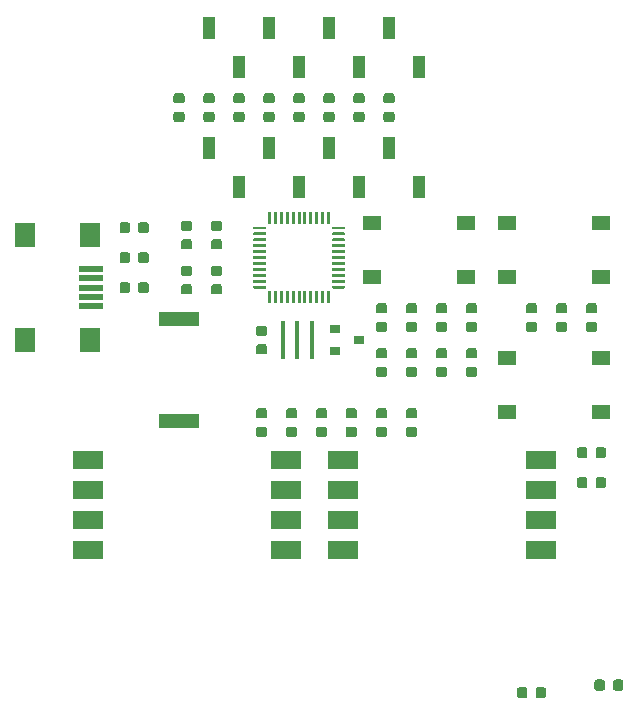
<source format=gbr>
G04 #@! TF.GenerationSoftware,KiCad,Pcbnew,5.99.0-unknown-r17607-a0698723*
G04 #@! TF.CreationDate,2020-04-13T08:25:31-05:00*
G04 #@! TF.ProjectId,pcb_smd,7063625f-736d-4642-9e6b-696361645f70,rev?*
G04 #@! TF.SameCoordinates,Original*
G04 #@! TF.FileFunction,Paste,Top*
G04 #@! TF.FilePolarity,Positive*
%FSLAX46Y46*%
G04 Gerber Fmt 4.6, Leading zero omitted, Abs format (unit mm)*
G04 Created by KiCad (PCBNEW 5.99.0-unknown-r17607-a0698723) date 2020-04-13 08:25:31*
%MOMM*%
%LPD*%
G01*
G04 APERTURE LIST*
%ADD10R,1.000000X1.900000*%
%ADD11R,0.900000X0.800000*%
%ADD12R,3.400000X1.300000*%
%ADD13R,2.540000X1.524000*%
%ADD14R,1.550000X1.300000*%
%ADD15R,0.400000X3.200000*%
%ADD16R,2.000000X0.500000*%
%ADD17R,1.700000X2.000000*%
G04 APERTURE END LIST*
G36*
X142366418Y-74234758D02*
G01*
X142386694Y-74248306D01*
X142400242Y-74268582D01*
X142405000Y-74292500D01*
X142405000Y-75242500D01*
X142400242Y-75266418D01*
X142386694Y-75286694D01*
X142366418Y-75300242D01*
X142342500Y-75305000D01*
X142217500Y-75305000D01*
X142193582Y-75300242D01*
X142173306Y-75286694D01*
X142159758Y-75266418D01*
X142155000Y-75242500D01*
X142155000Y-74292500D01*
X142159758Y-74268582D01*
X142173306Y-74248306D01*
X142193582Y-74234758D01*
X142217500Y-74230000D01*
X142342500Y-74230000D01*
X142366418Y-74234758D01*
G37*
G36*
X142866418Y-74234758D02*
G01*
X142886694Y-74248306D01*
X142900242Y-74268582D01*
X142905000Y-74292500D01*
X142905000Y-75242500D01*
X142900242Y-75266418D01*
X142886694Y-75286694D01*
X142866418Y-75300242D01*
X142842500Y-75305000D01*
X142717500Y-75305000D01*
X142693582Y-75300242D01*
X142673306Y-75286694D01*
X142659758Y-75266418D01*
X142655000Y-75242500D01*
X142655000Y-74292500D01*
X142659758Y-74268582D01*
X142673306Y-74248306D01*
X142693582Y-74234758D01*
X142717500Y-74230000D01*
X142842500Y-74230000D01*
X142866418Y-74234758D01*
G37*
G36*
X143366418Y-74234758D02*
G01*
X143386694Y-74248306D01*
X143400242Y-74268582D01*
X143405000Y-74292500D01*
X143405000Y-75242500D01*
X143400242Y-75266418D01*
X143386694Y-75286694D01*
X143366418Y-75300242D01*
X143342500Y-75305000D01*
X143217500Y-75305000D01*
X143193582Y-75300242D01*
X143173306Y-75286694D01*
X143159758Y-75266418D01*
X143155000Y-75242500D01*
X143155000Y-74292500D01*
X143159758Y-74268582D01*
X143173306Y-74248306D01*
X143193582Y-74234758D01*
X143217500Y-74230000D01*
X143342500Y-74230000D01*
X143366418Y-74234758D01*
G37*
G36*
X143866418Y-74234758D02*
G01*
X143886694Y-74248306D01*
X143900242Y-74268582D01*
X143905000Y-74292500D01*
X143905000Y-75242500D01*
X143900242Y-75266418D01*
X143886694Y-75286694D01*
X143866418Y-75300242D01*
X143842500Y-75305000D01*
X143717500Y-75305000D01*
X143693582Y-75300242D01*
X143673306Y-75286694D01*
X143659758Y-75266418D01*
X143655000Y-75242500D01*
X143655000Y-74292500D01*
X143659758Y-74268582D01*
X143673306Y-74248306D01*
X143693582Y-74234758D01*
X143717500Y-74230000D01*
X143842500Y-74230000D01*
X143866418Y-74234758D01*
G37*
G36*
X144366418Y-74234758D02*
G01*
X144386694Y-74248306D01*
X144400242Y-74268582D01*
X144405000Y-74292500D01*
X144405000Y-75242500D01*
X144400242Y-75266418D01*
X144386694Y-75286694D01*
X144366418Y-75300242D01*
X144342500Y-75305000D01*
X144217500Y-75305000D01*
X144193582Y-75300242D01*
X144173306Y-75286694D01*
X144159758Y-75266418D01*
X144155000Y-75242500D01*
X144155000Y-74292500D01*
X144159758Y-74268582D01*
X144173306Y-74248306D01*
X144193582Y-74234758D01*
X144217500Y-74230000D01*
X144342500Y-74230000D01*
X144366418Y-74234758D01*
G37*
G36*
X144866418Y-74234758D02*
G01*
X144886694Y-74248306D01*
X144900242Y-74268582D01*
X144905000Y-74292500D01*
X144905000Y-75242500D01*
X144900242Y-75266418D01*
X144886694Y-75286694D01*
X144866418Y-75300242D01*
X144842500Y-75305000D01*
X144717500Y-75305000D01*
X144693582Y-75300242D01*
X144673306Y-75286694D01*
X144659758Y-75266418D01*
X144655000Y-75242500D01*
X144655000Y-74292500D01*
X144659758Y-74268582D01*
X144673306Y-74248306D01*
X144693582Y-74234758D01*
X144717500Y-74230000D01*
X144842500Y-74230000D01*
X144866418Y-74234758D01*
G37*
G36*
X145366418Y-74234758D02*
G01*
X145386694Y-74248306D01*
X145400242Y-74268582D01*
X145405000Y-74292500D01*
X145405000Y-75242500D01*
X145400242Y-75266418D01*
X145386694Y-75286694D01*
X145366418Y-75300242D01*
X145342500Y-75305000D01*
X145217500Y-75305000D01*
X145193582Y-75300242D01*
X145173306Y-75286694D01*
X145159758Y-75266418D01*
X145155000Y-75242500D01*
X145155000Y-74292500D01*
X145159758Y-74268582D01*
X145173306Y-74248306D01*
X145193582Y-74234758D01*
X145217500Y-74230000D01*
X145342500Y-74230000D01*
X145366418Y-74234758D01*
G37*
G36*
X145866418Y-74234758D02*
G01*
X145886694Y-74248306D01*
X145900242Y-74268582D01*
X145905000Y-74292500D01*
X145905000Y-75242500D01*
X145900242Y-75266418D01*
X145886694Y-75286694D01*
X145866418Y-75300242D01*
X145842500Y-75305000D01*
X145717500Y-75305000D01*
X145693582Y-75300242D01*
X145673306Y-75286694D01*
X145659758Y-75266418D01*
X145655000Y-75242500D01*
X145655000Y-74292500D01*
X145659758Y-74268582D01*
X145673306Y-74248306D01*
X145693582Y-74234758D01*
X145717500Y-74230000D01*
X145842500Y-74230000D01*
X145866418Y-74234758D01*
G37*
G36*
X146366418Y-74234758D02*
G01*
X146386694Y-74248306D01*
X146400242Y-74268582D01*
X146405000Y-74292500D01*
X146405000Y-75242500D01*
X146400242Y-75266418D01*
X146386694Y-75286694D01*
X146366418Y-75300242D01*
X146342500Y-75305000D01*
X146217500Y-75305000D01*
X146193582Y-75300242D01*
X146173306Y-75286694D01*
X146159758Y-75266418D01*
X146155000Y-75242500D01*
X146155000Y-74292500D01*
X146159758Y-74268582D01*
X146173306Y-74248306D01*
X146193582Y-74234758D01*
X146217500Y-74230000D01*
X146342500Y-74230000D01*
X146366418Y-74234758D01*
G37*
G36*
X146866418Y-74234758D02*
G01*
X146886694Y-74248306D01*
X146900242Y-74268582D01*
X146905000Y-74292500D01*
X146905000Y-75242500D01*
X146900242Y-75266418D01*
X146886694Y-75286694D01*
X146866418Y-75300242D01*
X146842500Y-75305000D01*
X146717500Y-75305000D01*
X146693582Y-75300242D01*
X146673306Y-75286694D01*
X146659758Y-75266418D01*
X146655000Y-75242500D01*
X146655000Y-74292500D01*
X146659758Y-74268582D01*
X146673306Y-74248306D01*
X146693582Y-74234758D01*
X146717500Y-74230000D01*
X146842500Y-74230000D01*
X146866418Y-74234758D01*
G37*
G36*
X147366418Y-74234758D02*
G01*
X147386694Y-74248306D01*
X147400242Y-74268582D01*
X147405000Y-74292500D01*
X147405000Y-75242500D01*
X147400242Y-75266418D01*
X147386694Y-75286694D01*
X147366418Y-75300242D01*
X147342500Y-75305000D01*
X147217500Y-75305000D01*
X147193582Y-75300242D01*
X147173306Y-75286694D01*
X147159758Y-75266418D01*
X147155000Y-75242500D01*
X147155000Y-74292500D01*
X147159758Y-74268582D01*
X147173306Y-74248306D01*
X147193582Y-74234758D01*
X147217500Y-74230000D01*
X147342500Y-74230000D01*
X147366418Y-74234758D01*
G37*
G36*
X148616418Y-75484758D02*
G01*
X148636694Y-75498306D01*
X148650242Y-75518582D01*
X148655000Y-75542500D01*
X148655000Y-75667500D01*
X148650242Y-75691418D01*
X148636694Y-75711694D01*
X148616418Y-75725242D01*
X148592500Y-75730000D01*
X147642500Y-75730000D01*
X147618582Y-75725242D01*
X147598306Y-75711694D01*
X147584758Y-75691418D01*
X147580000Y-75667500D01*
X147580000Y-75542500D01*
X147584758Y-75518582D01*
X147598306Y-75498306D01*
X147618582Y-75484758D01*
X147642500Y-75480000D01*
X148592500Y-75480000D01*
X148616418Y-75484758D01*
G37*
G36*
X148616418Y-75984758D02*
G01*
X148636694Y-75998306D01*
X148650242Y-76018582D01*
X148655000Y-76042500D01*
X148655000Y-76167500D01*
X148650242Y-76191418D01*
X148636694Y-76211694D01*
X148616418Y-76225242D01*
X148592500Y-76230000D01*
X147642500Y-76230000D01*
X147618582Y-76225242D01*
X147598306Y-76211694D01*
X147584758Y-76191418D01*
X147580000Y-76167500D01*
X147580000Y-76042500D01*
X147584758Y-76018582D01*
X147598306Y-75998306D01*
X147618582Y-75984758D01*
X147642500Y-75980000D01*
X148592500Y-75980000D01*
X148616418Y-75984758D01*
G37*
G36*
X148616418Y-76484758D02*
G01*
X148636694Y-76498306D01*
X148650242Y-76518582D01*
X148655000Y-76542500D01*
X148655000Y-76667500D01*
X148650242Y-76691418D01*
X148636694Y-76711694D01*
X148616418Y-76725242D01*
X148592500Y-76730000D01*
X147642500Y-76730000D01*
X147618582Y-76725242D01*
X147598306Y-76711694D01*
X147584758Y-76691418D01*
X147580000Y-76667500D01*
X147580000Y-76542500D01*
X147584758Y-76518582D01*
X147598306Y-76498306D01*
X147618582Y-76484758D01*
X147642500Y-76480000D01*
X148592500Y-76480000D01*
X148616418Y-76484758D01*
G37*
G36*
X148616418Y-76984758D02*
G01*
X148636694Y-76998306D01*
X148650242Y-77018582D01*
X148655000Y-77042500D01*
X148655000Y-77167500D01*
X148650242Y-77191418D01*
X148636694Y-77211694D01*
X148616418Y-77225242D01*
X148592500Y-77230000D01*
X147642500Y-77230000D01*
X147618582Y-77225242D01*
X147598306Y-77211694D01*
X147584758Y-77191418D01*
X147580000Y-77167500D01*
X147580000Y-77042500D01*
X147584758Y-77018582D01*
X147598306Y-76998306D01*
X147618582Y-76984758D01*
X147642500Y-76980000D01*
X148592500Y-76980000D01*
X148616418Y-76984758D01*
G37*
G36*
X148616418Y-77484758D02*
G01*
X148636694Y-77498306D01*
X148650242Y-77518582D01*
X148655000Y-77542500D01*
X148655000Y-77667500D01*
X148650242Y-77691418D01*
X148636694Y-77711694D01*
X148616418Y-77725242D01*
X148592500Y-77730000D01*
X147642500Y-77730000D01*
X147618582Y-77725242D01*
X147598306Y-77711694D01*
X147584758Y-77691418D01*
X147580000Y-77667500D01*
X147580000Y-77542500D01*
X147584758Y-77518582D01*
X147598306Y-77498306D01*
X147618582Y-77484758D01*
X147642500Y-77480000D01*
X148592500Y-77480000D01*
X148616418Y-77484758D01*
G37*
G36*
X148616418Y-77984758D02*
G01*
X148636694Y-77998306D01*
X148650242Y-78018582D01*
X148655000Y-78042500D01*
X148655000Y-78167500D01*
X148650242Y-78191418D01*
X148636694Y-78211694D01*
X148616418Y-78225242D01*
X148592500Y-78230000D01*
X147642500Y-78230000D01*
X147618582Y-78225242D01*
X147598306Y-78211694D01*
X147584758Y-78191418D01*
X147580000Y-78167500D01*
X147580000Y-78042500D01*
X147584758Y-78018582D01*
X147598306Y-77998306D01*
X147618582Y-77984758D01*
X147642500Y-77980000D01*
X148592500Y-77980000D01*
X148616418Y-77984758D01*
G37*
G36*
X148616418Y-78484758D02*
G01*
X148636694Y-78498306D01*
X148650242Y-78518582D01*
X148655000Y-78542500D01*
X148655000Y-78667500D01*
X148650242Y-78691418D01*
X148636694Y-78711694D01*
X148616418Y-78725242D01*
X148592500Y-78730000D01*
X147642500Y-78730000D01*
X147618582Y-78725242D01*
X147598306Y-78711694D01*
X147584758Y-78691418D01*
X147580000Y-78667500D01*
X147580000Y-78542500D01*
X147584758Y-78518582D01*
X147598306Y-78498306D01*
X147618582Y-78484758D01*
X147642500Y-78480000D01*
X148592500Y-78480000D01*
X148616418Y-78484758D01*
G37*
G36*
X148616418Y-78984758D02*
G01*
X148636694Y-78998306D01*
X148650242Y-79018582D01*
X148655000Y-79042500D01*
X148655000Y-79167500D01*
X148650242Y-79191418D01*
X148636694Y-79211694D01*
X148616418Y-79225242D01*
X148592500Y-79230000D01*
X147642500Y-79230000D01*
X147618582Y-79225242D01*
X147598306Y-79211694D01*
X147584758Y-79191418D01*
X147580000Y-79167500D01*
X147580000Y-79042500D01*
X147584758Y-79018582D01*
X147598306Y-78998306D01*
X147618582Y-78984758D01*
X147642500Y-78980000D01*
X148592500Y-78980000D01*
X148616418Y-78984758D01*
G37*
G36*
X148616418Y-79484758D02*
G01*
X148636694Y-79498306D01*
X148650242Y-79518582D01*
X148655000Y-79542500D01*
X148655000Y-79667500D01*
X148650242Y-79691418D01*
X148636694Y-79711694D01*
X148616418Y-79725242D01*
X148592500Y-79730000D01*
X147642500Y-79730000D01*
X147618582Y-79725242D01*
X147598306Y-79711694D01*
X147584758Y-79691418D01*
X147580000Y-79667500D01*
X147580000Y-79542500D01*
X147584758Y-79518582D01*
X147598306Y-79498306D01*
X147618582Y-79484758D01*
X147642500Y-79480000D01*
X148592500Y-79480000D01*
X148616418Y-79484758D01*
G37*
G36*
X148616418Y-79984758D02*
G01*
X148636694Y-79998306D01*
X148650242Y-80018582D01*
X148655000Y-80042500D01*
X148655000Y-80167500D01*
X148650242Y-80191418D01*
X148636694Y-80211694D01*
X148616418Y-80225242D01*
X148592500Y-80230000D01*
X147642500Y-80230000D01*
X147618582Y-80225242D01*
X147598306Y-80211694D01*
X147584758Y-80191418D01*
X147580000Y-80167500D01*
X147580000Y-80042500D01*
X147584758Y-80018582D01*
X147598306Y-79998306D01*
X147618582Y-79984758D01*
X147642500Y-79980000D01*
X148592500Y-79980000D01*
X148616418Y-79984758D01*
G37*
G36*
X148616418Y-80484758D02*
G01*
X148636694Y-80498306D01*
X148650242Y-80518582D01*
X148655000Y-80542500D01*
X148655000Y-80667500D01*
X148650242Y-80691418D01*
X148636694Y-80711694D01*
X148616418Y-80725242D01*
X148592500Y-80730000D01*
X147642500Y-80730000D01*
X147618582Y-80725242D01*
X147598306Y-80711694D01*
X147584758Y-80691418D01*
X147580000Y-80667500D01*
X147580000Y-80542500D01*
X147584758Y-80518582D01*
X147598306Y-80498306D01*
X147618582Y-80484758D01*
X147642500Y-80480000D01*
X148592500Y-80480000D01*
X148616418Y-80484758D01*
G37*
G36*
X147366418Y-80909758D02*
G01*
X147386694Y-80923306D01*
X147400242Y-80943582D01*
X147405000Y-80967500D01*
X147405000Y-81917500D01*
X147400242Y-81941418D01*
X147386694Y-81961694D01*
X147366418Y-81975242D01*
X147342500Y-81980000D01*
X147217500Y-81980000D01*
X147193582Y-81975242D01*
X147173306Y-81961694D01*
X147159758Y-81941418D01*
X147155000Y-81917500D01*
X147155000Y-80967500D01*
X147159758Y-80943582D01*
X147173306Y-80923306D01*
X147193582Y-80909758D01*
X147217500Y-80905000D01*
X147342500Y-80905000D01*
X147366418Y-80909758D01*
G37*
G36*
X146866418Y-80909758D02*
G01*
X146886694Y-80923306D01*
X146900242Y-80943582D01*
X146905000Y-80967500D01*
X146905000Y-81917500D01*
X146900242Y-81941418D01*
X146886694Y-81961694D01*
X146866418Y-81975242D01*
X146842500Y-81980000D01*
X146717500Y-81980000D01*
X146693582Y-81975242D01*
X146673306Y-81961694D01*
X146659758Y-81941418D01*
X146655000Y-81917500D01*
X146655000Y-80967500D01*
X146659758Y-80943582D01*
X146673306Y-80923306D01*
X146693582Y-80909758D01*
X146717500Y-80905000D01*
X146842500Y-80905000D01*
X146866418Y-80909758D01*
G37*
G36*
X146366418Y-80909758D02*
G01*
X146386694Y-80923306D01*
X146400242Y-80943582D01*
X146405000Y-80967500D01*
X146405000Y-81917500D01*
X146400242Y-81941418D01*
X146386694Y-81961694D01*
X146366418Y-81975242D01*
X146342500Y-81980000D01*
X146217500Y-81980000D01*
X146193582Y-81975242D01*
X146173306Y-81961694D01*
X146159758Y-81941418D01*
X146155000Y-81917500D01*
X146155000Y-80967500D01*
X146159758Y-80943582D01*
X146173306Y-80923306D01*
X146193582Y-80909758D01*
X146217500Y-80905000D01*
X146342500Y-80905000D01*
X146366418Y-80909758D01*
G37*
G36*
X145866418Y-80909758D02*
G01*
X145886694Y-80923306D01*
X145900242Y-80943582D01*
X145905000Y-80967500D01*
X145905000Y-81917500D01*
X145900242Y-81941418D01*
X145886694Y-81961694D01*
X145866418Y-81975242D01*
X145842500Y-81980000D01*
X145717500Y-81980000D01*
X145693582Y-81975242D01*
X145673306Y-81961694D01*
X145659758Y-81941418D01*
X145655000Y-81917500D01*
X145655000Y-80967500D01*
X145659758Y-80943582D01*
X145673306Y-80923306D01*
X145693582Y-80909758D01*
X145717500Y-80905000D01*
X145842500Y-80905000D01*
X145866418Y-80909758D01*
G37*
G36*
X145366418Y-80909758D02*
G01*
X145386694Y-80923306D01*
X145400242Y-80943582D01*
X145405000Y-80967500D01*
X145405000Y-81917500D01*
X145400242Y-81941418D01*
X145386694Y-81961694D01*
X145366418Y-81975242D01*
X145342500Y-81980000D01*
X145217500Y-81980000D01*
X145193582Y-81975242D01*
X145173306Y-81961694D01*
X145159758Y-81941418D01*
X145155000Y-81917500D01*
X145155000Y-80967500D01*
X145159758Y-80943582D01*
X145173306Y-80923306D01*
X145193582Y-80909758D01*
X145217500Y-80905000D01*
X145342500Y-80905000D01*
X145366418Y-80909758D01*
G37*
G36*
X144866418Y-80909758D02*
G01*
X144886694Y-80923306D01*
X144900242Y-80943582D01*
X144905000Y-80967500D01*
X144905000Y-81917500D01*
X144900242Y-81941418D01*
X144886694Y-81961694D01*
X144866418Y-81975242D01*
X144842500Y-81980000D01*
X144717500Y-81980000D01*
X144693582Y-81975242D01*
X144673306Y-81961694D01*
X144659758Y-81941418D01*
X144655000Y-81917500D01*
X144655000Y-80967500D01*
X144659758Y-80943582D01*
X144673306Y-80923306D01*
X144693582Y-80909758D01*
X144717500Y-80905000D01*
X144842500Y-80905000D01*
X144866418Y-80909758D01*
G37*
G36*
X144366418Y-80909758D02*
G01*
X144386694Y-80923306D01*
X144400242Y-80943582D01*
X144405000Y-80967500D01*
X144405000Y-81917500D01*
X144400242Y-81941418D01*
X144386694Y-81961694D01*
X144366418Y-81975242D01*
X144342500Y-81980000D01*
X144217500Y-81980000D01*
X144193582Y-81975242D01*
X144173306Y-81961694D01*
X144159758Y-81941418D01*
X144155000Y-81917500D01*
X144155000Y-80967500D01*
X144159758Y-80943582D01*
X144173306Y-80923306D01*
X144193582Y-80909758D01*
X144217500Y-80905000D01*
X144342500Y-80905000D01*
X144366418Y-80909758D01*
G37*
G36*
X143866418Y-80909758D02*
G01*
X143886694Y-80923306D01*
X143900242Y-80943582D01*
X143905000Y-80967500D01*
X143905000Y-81917500D01*
X143900242Y-81941418D01*
X143886694Y-81961694D01*
X143866418Y-81975242D01*
X143842500Y-81980000D01*
X143717500Y-81980000D01*
X143693582Y-81975242D01*
X143673306Y-81961694D01*
X143659758Y-81941418D01*
X143655000Y-81917500D01*
X143655000Y-80967500D01*
X143659758Y-80943582D01*
X143673306Y-80923306D01*
X143693582Y-80909758D01*
X143717500Y-80905000D01*
X143842500Y-80905000D01*
X143866418Y-80909758D01*
G37*
G36*
X143366418Y-80909758D02*
G01*
X143386694Y-80923306D01*
X143400242Y-80943582D01*
X143405000Y-80967500D01*
X143405000Y-81917500D01*
X143400242Y-81941418D01*
X143386694Y-81961694D01*
X143366418Y-81975242D01*
X143342500Y-81980000D01*
X143217500Y-81980000D01*
X143193582Y-81975242D01*
X143173306Y-81961694D01*
X143159758Y-81941418D01*
X143155000Y-81917500D01*
X143155000Y-80967500D01*
X143159758Y-80943582D01*
X143173306Y-80923306D01*
X143193582Y-80909758D01*
X143217500Y-80905000D01*
X143342500Y-80905000D01*
X143366418Y-80909758D01*
G37*
G36*
X142866418Y-80909758D02*
G01*
X142886694Y-80923306D01*
X142900242Y-80943582D01*
X142905000Y-80967500D01*
X142905000Y-81917500D01*
X142900242Y-81941418D01*
X142886694Y-81961694D01*
X142866418Y-81975242D01*
X142842500Y-81980000D01*
X142717500Y-81980000D01*
X142693582Y-81975242D01*
X142673306Y-81961694D01*
X142659758Y-81941418D01*
X142655000Y-81917500D01*
X142655000Y-80967500D01*
X142659758Y-80943582D01*
X142673306Y-80923306D01*
X142693582Y-80909758D01*
X142717500Y-80905000D01*
X142842500Y-80905000D01*
X142866418Y-80909758D01*
G37*
G36*
X142366418Y-80909758D02*
G01*
X142386694Y-80923306D01*
X142400242Y-80943582D01*
X142405000Y-80967500D01*
X142405000Y-81917500D01*
X142400242Y-81941418D01*
X142386694Y-81961694D01*
X142366418Y-81975242D01*
X142342500Y-81980000D01*
X142217500Y-81980000D01*
X142193582Y-81975242D01*
X142173306Y-81961694D01*
X142159758Y-81941418D01*
X142155000Y-81917500D01*
X142155000Y-80967500D01*
X142159758Y-80943582D01*
X142173306Y-80923306D01*
X142193582Y-80909758D01*
X142217500Y-80905000D01*
X142342500Y-80905000D01*
X142366418Y-80909758D01*
G37*
G36*
X141941418Y-80484758D02*
G01*
X141961694Y-80498306D01*
X141975242Y-80518582D01*
X141980000Y-80542500D01*
X141980000Y-80667500D01*
X141975242Y-80691418D01*
X141961694Y-80711694D01*
X141941418Y-80725242D01*
X141917500Y-80730000D01*
X140967500Y-80730000D01*
X140943582Y-80725242D01*
X140923306Y-80711694D01*
X140909758Y-80691418D01*
X140905000Y-80667500D01*
X140905000Y-80542500D01*
X140909758Y-80518582D01*
X140923306Y-80498306D01*
X140943582Y-80484758D01*
X140967500Y-80480000D01*
X141917500Y-80480000D01*
X141941418Y-80484758D01*
G37*
G36*
X141941418Y-79984758D02*
G01*
X141961694Y-79998306D01*
X141975242Y-80018582D01*
X141980000Y-80042500D01*
X141980000Y-80167500D01*
X141975242Y-80191418D01*
X141961694Y-80211694D01*
X141941418Y-80225242D01*
X141917500Y-80230000D01*
X140967500Y-80230000D01*
X140943582Y-80225242D01*
X140923306Y-80211694D01*
X140909758Y-80191418D01*
X140905000Y-80167500D01*
X140905000Y-80042500D01*
X140909758Y-80018582D01*
X140923306Y-79998306D01*
X140943582Y-79984758D01*
X140967500Y-79980000D01*
X141917500Y-79980000D01*
X141941418Y-79984758D01*
G37*
G36*
X141941418Y-79484758D02*
G01*
X141961694Y-79498306D01*
X141975242Y-79518582D01*
X141980000Y-79542500D01*
X141980000Y-79667500D01*
X141975242Y-79691418D01*
X141961694Y-79711694D01*
X141941418Y-79725242D01*
X141917500Y-79730000D01*
X140967500Y-79730000D01*
X140943582Y-79725242D01*
X140923306Y-79711694D01*
X140909758Y-79691418D01*
X140905000Y-79667500D01*
X140905000Y-79542500D01*
X140909758Y-79518582D01*
X140923306Y-79498306D01*
X140943582Y-79484758D01*
X140967500Y-79480000D01*
X141917500Y-79480000D01*
X141941418Y-79484758D01*
G37*
G36*
X141941418Y-78984758D02*
G01*
X141961694Y-78998306D01*
X141975242Y-79018582D01*
X141980000Y-79042500D01*
X141980000Y-79167500D01*
X141975242Y-79191418D01*
X141961694Y-79211694D01*
X141941418Y-79225242D01*
X141917500Y-79230000D01*
X140967500Y-79230000D01*
X140943582Y-79225242D01*
X140923306Y-79211694D01*
X140909758Y-79191418D01*
X140905000Y-79167500D01*
X140905000Y-79042500D01*
X140909758Y-79018582D01*
X140923306Y-78998306D01*
X140943582Y-78984758D01*
X140967500Y-78980000D01*
X141917500Y-78980000D01*
X141941418Y-78984758D01*
G37*
G36*
X141941418Y-78484758D02*
G01*
X141961694Y-78498306D01*
X141975242Y-78518582D01*
X141980000Y-78542500D01*
X141980000Y-78667500D01*
X141975242Y-78691418D01*
X141961694Y-78711694D01*
X141941418Y-78725242D01*
X141917500Y-78730000D01*
X140967500Y-78730000D01*
X140943582Y-78725242D01*
X140923306Y-78711694D01*
X140909758Y-78691418D01*
X140905000Y-78667500D01*
X140905000Y-78542500D01*
X140909758Y-78518582D01*
X140923306Y-78498306D01*
X140943582Y-78484758D01*
X140967500Y-78480000D01*
X141917500Y-78480000D01*
X141941418Y-78484758D01*
G37*
G36*
X141941418Y-77984758D02*
G01*
X141961694Y-77998306D01*
X141975242Y-78018582D01*
X141980000Y-78042500D01*
X141980000Y-78167500D01*
X141975242Y-78191418D01*
X141961694Y-78211694D01*
X141941418Y-78225242D01*
X141917500Y-78230000D01*
X140967500Y-78230000D01*
X140943582Y-78225242D01*
X140923306Y-78211694D01*
X140909758Y-78191418D01*
X140905000Y-78167500D01*
X140905000Y-78042500D01*
X140909758Y-78018582D01*
X140923306Y-77998306D01*
X140943582Y-77984758D01*
X140967500Y-77980000D01*
X141917500Y-77980000D01*
X141941418Y-77984758D01*
G37*
G36*
X141941418Y-77484758D02*
G01*
X141961694Y-77498306D01*
X141975242Y-77518582D01*
X141980000Y-77542500D01*
X141980000Y-77667500D01*
X141975242Y-77691418D01*
X141961694Y-77711694D01*
X141941418Y-77725242D01*
X141917500Y-77730000D01*
X140967500Y-77730000D01*
X140943582Y-77725242D01*
X140923306Y-77711694D01*
X140909758Y-77691418D01*
X140905000Y-77667500D01*
X140905000Y-77542500D01*
X140909758Y-77518582D01*
X140923306Y-77498306D01*
X140943582Y-77484758D01*
X140967500Y-77480000D01*
X141917500Y-77480000D01*
X141941418Y-77484758D01*
G37*
G36*
X141941418Y-76984758D02*
G01*
X141961694Y-76998306D01*
X141975242Y-77018582D01*
X141980000Y-77042500D01*
X141980000Y-77167500D01*
X141975242Y-77191418D01*
X141961694Y-77211694D01*
X141941418Y-77225242D01*
X141917500Y-77230000D01*
X140967500Y-77230000D01*
X140943582Y-77225242D01*
X140923306Y-77211694D01*
X140909758Y-77191418D01*
X140905000Y-77167500D01*
X140905000Y-77042500D01*
X140909758Y-77018582D01*
X140923306Y-76998306D01*
X140943582Y-76984758D01*
X140967500Y-76980000D01*
X141917500Y-76980000D01*
X141941418Y-76984758D01*
G37*
G36*
X141941418Y-76484758D02*
G01*
X141961694Y-76498306D01*
X141975242Y-76518582D01*
X141980000Y-76542500D01*
X141980000Y-76667500D01*
X141975242Y-76691418D01*
X141961694Y-76711694D01*
X141941418Y-76725242D01*
X141917500Y-76730000D01*
X140967500Y-76730000D01*
X140943582Y-76725242D01*
X140923306Y-76711694D01*
X140909758Y-76691418D01*
X140905000Y-76667500D01*
X140905000Y-76542500D01*
X140909758Y-76518582D01*
X140923306Y-76498306D01*
X140943582Y-76484758D01*
X140967500Y-76480000D01*
X141917500Y-76480000D01*
X141941418Y-76484758D01*
G37*
G36*
X141941418Y-75984758D02*
G01*
X141961694Y-75998306D01*
X141975242Y-76018582D01*
X141980000Y-76042500D01*
X141980000Y-76167500D01*
X141975242Y-76191418D01*
X141961694Y-76211694D01*
X141941418Y-76225242D01*
X141917500Y-76230000D01*
X140967500Y-76230000D01*
X140943582Y-76225242D01*
X140923306Y-76211694D01*
X140909758Y-76191418D01*
X140905000Y-76167500D01*
X140905000Y-76042500D01*
X140909758Y-76018582D01*
X140923306Y-75998306D01*
X140943582Y-75984758D01*
X140967500Y-75980000D01*
X141917500Y-75980000D01*
X141941418Y-75984758D01*
G37*
G36*
X141941418Y-75484758D02*
G01*
X141961694Y-75498306D01*
X141975242Y-75518582D01*
X141980000Y-75542500D01*
X141980000Y-75667500D01*
X141975242Y-75691418D01*
X141961694Y-75711694D01*
X141941418Y-75725242D01*
X141917500Y-75730000D01*
X140967500Y-75730000D01*
X140943582Y-75725242D01*
X140923306Y-75711694D01*
X140909758Y-75691418D01*
X140905000Y-75667500D01*
X140905000Y-75542500D01*
X140909758Y-75518582D01*
X140923306Y-75498306D01*
X140943582Y-75484758D01*
X140967500Y-75480000D01*
X141917500Y-75480000D01*
X141941418Y-75484758D01*
G37*
D10*
X149860000Y-61975000D03*
X139700000Y-61975000D03*
X137160000Y-58675000D03*
X144780000Y-61975000D03*
X142240000Y-58675000D03*
X154940000Y-61975000D03*
X152400000Y-58675000D03*
X147320000Y-58675000D03*
X152400000Y-68835000D03*
X147320000Y-68835000D03*
X142240000Y-68835000D03*
X137160000Y-68835000D03*
X154940000Y-72135000D03*
X149860000Y-72135000D03*
X144780000Y-72135000D03*
X139700000Y-72135000D03*
D11*
X149860000Y-85090000D03*
X147860000Y-86040000D03*
X147860000Y-84140000D03*
G36*
X165554962Y-114476651D02*
G01*
X165625930Y-114524070D01*
X165673349Y-114595038D01*
X165690000Y-114678750D01*
X165690000Y-115191250D01*
X165673349Y-115274962D01*
X165625930Y-115345930D01*
X165554962Y-115393349D01*
X165471250Y-115410000D01*
X165033750Y-115410000D01*
X164950038Y-115393349D01*
X164879070Y-115345930D01*
X164831651Y-115274962D01*
X164815000Y-115191250D01*
X164815000Y-114678750D01*
X164831651Y-114595038D01*
X164879070Y-114524070D01*
X164950038Y-114476651D01*
X165033750Y-114460000D01*
X165471250Y-114460000D01*
X165554962Y-114476651D01*
G37*
G36*
X163979962Y-114476651D02*
G01*
X164050930Y-114524070D01*
X164098349Y-114595038D01*
X164115000Y-114678750D01*
X164115000Y-115191250D01*
X164098349Y-115274962D01*
X164050930Y-115345930D01*
X163979962Y-115393349D01*
X163896250Y-115410000D01*
X163458750Y-115410000D01*
X163375038Y-115393349D01*
X163304070Y-115345930D01*
X163256651Y-115274962D01*
X163240000Y-115191250D01*
X163240000Y-114678750D01*
X163256651Y-114595038D01*
X163304070Y-114524070D01*
X163375038Y-114476651D01*
X163458750Y-114460000D01*
X163896250Y-114460000D01*
X163979962Y-114476651D01*
G37*
G36*
X172104962Y-113841651D02*
G01*
X172175930Y-113889070D01*
X172223349Y-113960038D01*
X172240000Y-114043750D01*
X172240000Y-114556250D01*
X172223349Y-114639962D01*
X172175930Y-114710930D01*
X172104962Y-114758349D01*
X172021250Y-114775000D01*
X171583750Y-114775000D01*
X171500038Y-114758349D01*
X171429070Y-114710930D01*
X171381651Y-114639962D01*
X171365000Y-114556250D01*
X171365000Y-114043750D01*
X171381651Y-113960038D01*
X171429070Y-113889070D01*
X171500038Y-113841651D01*
X171583750Y-113825000D01*
X172021250Y-113825000D01*
X172104962Y-113841651D01*
G37*
G36*
X170529962Y-113841651D02*
G01*
X170600930Y-113889070D01*
X170648349Y-113960038D01*
X170665000Y-114043750D01*
X170665000Y-114556250D01*
X170648349Y-114639962D01*
X170600930Y-114710930D01*
X170529962Y-114758349D01*
X170446250Y-114775000D01*
X170008750Y-114775000D01*
X169925038Y-114758349D01*
X169854070Y-114710930D01*
X169806651Y-114639962D01*
X169790000Y-114556250D01*
X169790000Y-114043750D01*
X169806651Y-113960038D01*
X169854070Y-113889070D01*
X169925038Y-113841651D01*
X170008750Y-113825000D01*
X170446250Y-113825000D01*
X170529962Y-113841651D01*
G37*
D12*
X134620000Y-83280000D03*
X134620000Y-91980000D03*
G36*
X164804962Y-81976651D02*
G01*
X164875930Y-82024070D01*
X164923349Y-82095038D01*
X164940000Y-82178750D01*
X164940000Y-82616250D01*
X164923349Y-82699962D01*
X164875930Y-82770930D01*
X164804962Y-82818349D01*
X164721250Y-82835000D01*
X164208750Y-82835000D01*
X164125038Y-82818349D01*
X164054070Y-82770930D01*
X164006651Y-82699962D01*
X163990000Y-82616250D01*
X163990000Y-82178750D01*
X164006651Y-82095038D01*
X164054070Y-82024070D01*
X164125038Y-81976651D01*
X164208750Y-81960000D01*
X164721250Y-81960000D01*
X164804962Y-81976651D01*
G37*
G36*
X164804962Y-83551651D02*
G01*
X164875930Y-83599070D01*
X164923349Y-83670038D01*
X164940000Y-83753750D01*
X164940000Y-84191250D01*
X164923349Y-84274962D01*
X164875930Y-84345930D01*
X164804962Y-84393349D01*
X164721250Y-84410000D01*
X164208750Y-84410000D01*
X164125038Y-84393349D01*
X164054070Y-84345930D01*
X164006651Y-84274962D01*
X163990000Y-84191250D01*
X163990000Y-83753750D01*
X164006651Y-83670038D01*
X164054070Y-83599070D01*
X164125038Y-83551651D01*
X164208750Y-83535000D01*
X164721250Y-83535000D01*
X164804962Y-83551651D01*
G37*
G36*
X154644962Y-87361651D02*
G01*
X154715930Y-87409070D01*
X154763349Y-87480038D01*
X154780000Y-87563750D01*
X154780000Y-88001250D01*
X154763349Y-88084962D01*
X154715930Y-88155930D01*
X154644962Y-88203349D01*
X154561250Y-88220000D01*
X154048750Y-88220000D01*
X153965038Y-88203349D01*
X153894070Y-88155930D01*
X153846651Y-88084962D01*
X153830000Y-88001250D01*
X153830000Y-87563750D01*
X153846651Y-87480038D01*
X153894070Y-87409070D01*
X153965038Y-87361651D01*
X154048750Y-87345000D01*
X154561250Y-87345000D01*
X154644962Y-87361651D01*
G37*
G36*
X154644962Y-85786651D02*
G01*
X154715930Y-85834070D01*
X154763349Y-85905038D01*
X154780000Y-85988750D01*
X154780000Y-86426250D01*
X154763349Y-86509962D01*
X154715930Y-86580930D01*
X154644962Y-86628349D01*
X154561250Y-86645000D01*
X154048750Y-86645000D01*
X153965038Y-86628349D01*
X153894070Y-86580930D01*
X153846651Y-86509962D01*
X153830000Y-86426250D01*
X153830000Y-85988750D01*
X153846651Y-85905038D01*
X153894070Y-85834070D01*
X153965038Y-85786651D01*
X154048750Y-85770000D01*
X154561250Y-85770000D01*
X154644962Y-85786651D01*
G37*
G36*
X154644962Y-83551651D02*
G01*
X154715930Y-83599070D01*
X154763349Y-83670038D01*
X154780000Y-83753750D01*
X154780000Y-84191250D01*
X154763349Y-84274962D01*
X154715930Y-84345930D01*
X154644962Y-84393349D01*
X154561250Y-84410000D01*
X154048750Y-84410000D01*
X153965038Y-84393349D01*
X153894070Y-84345930D01*
X153846651Y-84274962D01*
X153830000Y-84191250D01*
X153830000Y-83753750D01*
X153846651Y-83670038D01*
X153894070Y-83599070D01*
X153965038Y-83551651D01*
X154048750Y-83535000D01*
X154561250Y-83535000D01*
X154644962Y-83551651D01*
G37*
G36*
X154644962Y-81976651D02*
G01*
X154715930Y-82024070D01*
X154763349Y-82095038D01*
X154780000Y-82178750D01*
X154780000Y-82616250D01*
X154763349Y-82699962D01*
X154715930Y-82770930D01*
X154644962Y-82818349D01*
X154561250Y-82835000D01*
X154048750Y-82835000D01*
X153965038Y-82818349D01*
X153894070Y-82770930D01*
X153846651Y-82699962D01*
X153830000Y-82616250D01*
X153830000Y-82178750D01*
X153846651Y-82095038D01*
X153894070Y-82024070D01*
X153965038Y-81976651D01*
X154048750Y-81960000D01*
X154561250Y-81960000D01*
X154644962Y-81976651D01*
G37*
G36*
X138134962Y-76566651D02*
G01*
X138205930Y-76614070D01*
X138253349Y-76685038D01*
X138270000Y-76768750D01*
X138270000Y-77206250D01*
X138253349Y-77289962D01*
X138205930Y-77360930D01*
X138134962Y-77408349D01*
X138051250Y-77425000D01*
X137538750Y-77425000D01*
X137455038Y-77408349D01*
X137384070Y-77360930D01*
X137336651Y-77289962D01*
X137320000Y-77206250D01*
X137320000Y-76768750D01*
X137336651Y-76685038D01*
X137384070Y-76614070D01*
X137455038Y-76566651D01*
X137538750Y-76550000D01*
X138051250Y-76550000D01*
X138134962Y-76566651D01*
G37*
G36*
X138134962Y-74991651D02*
G01*
X138205930Y-75039070D01*
X138253349Y-75110038D01*
X138270000Y-75193750D01*
X138270000Y-75631250D01*
X138253349Y-75714962D01*
X138205930Y-75785930D01*
X138134962Y-75833349D01*
X138051250Y-75850000D01*
X137538750Y-75850000D01*
X137455038Y-75833349D01*
X137384070Y-75785930D01*
X137336651Y-75714962D01*
X137320000Y-75631250D01*
X137320000Y-75193750D01*
X137336651Y-75110038D01*
X137384070Y-75039070D01*
X137455038Y-74991651D01*
X137538750Y-74975000D01*
X138051250Y-74975000D01*
X138134962Y-74991651D01*
G37*
G36*
X152739962Y-64196651D02*
G01*
X152810930Y-64244070D01*
X152858349Y-64315038D01*
X152875000Y-64398750D01*
X152875000Y-64836250D01*
X152858349Y-64919962D01*
X152810930Y-64990930D01*
X152739962Y-65038349D01*
X152656250Y-65055000D01*
X152143750Y-65055000D01*
X152060038Y-65038349D01*
X151989070Y-64990930D01*
X151941651Y-64919962D01*
X151925000Y-64836250D01*
X151925000Y-64398750D01*
X151941651Y-64315038D01*
X151989070Y-64244070D01*
X152060038Y-64196651D01*
X152143750Y-64180000D01*
X152656250Y-64180000D01*
X152739962Y-64196651D01*
G37*
G36*
X152739962Y-65771651D02*
G01*
X152810930Y-65819070D01*
X152858349Y-65890038D01*
X152875000Y-65973750D01*
X152875000Y-66411250D01*
X152858349Y-66494962D01*
X152810930Y-66565930D01*
X152739962Y-66613349D01*
X152656250Y-66630000D01*
X152143750Y-66630000D01*
X152060038Y-66613349D01*
X151989070Y-66565930D01*
X151941651Y-66494962D01*
X151925000Y-66411250D01*
X151925000Y-65973750D01*
X151941651Y-65890038D01*
X151989070Y-65819070D01*
X152060038Y-65771651D01*
X152143750Y-65755000D01*
X152656250Y-65755000D01*
X152739962Y-65771651D01*
G37*
D13*
X165227000Y-102870000D03*
X165227000Y-100330000D03*
X165227000Y-97790000D03*
X165227000Y-95250000D03*
X148463000Y-95250000D03*
X148463000Y-97790000D03*
X148463000Y-100330000D03*
X148463000Y-102870000D03*
X143637000Y-102870000D03*
X143637000Y-100330000D03*
X143637000Y-97790000D03*
X143637000Y-95250000D03*
X126873000Y-95250000D03*
X126873000Y-97790000D03*
X126873000Y-100330000D03*
X126873000Y-102870000D03*
G36*
X152104962Y-90866651D02*
G01*
X152175930Y-90914070D01*
X152223349Y-90985038D01*
X152240000Y-91068750D01*
X152240000Y-91506250D01*
X152223349Y-91589962D01*
X152175930Y-91660930D01*
X152104962Y-91708349D01*
X152021250Y-91725000D01*
X151508750Y-91725000D01*
X151425038Y-91708349D01*
X151354070Y-91660930D01*
X151306651Y-91589962D01*
X151290000Y-91506250D01*
X151290000Y-91068750D01*
X151306651Y-90985038D01*
X151354070Y-90914070D01*
X151425038Y-90866651D01*
X151508750Y-90850000D01*
X152021250Y-90850000D01*
X152104962Y-90866651D01*
G37*
G36*
X152104962Y-92441651D02*
G01*
X152175930Y-92489070D01*
X152223349Y-92560038D01*
X152240000Y-92643750D01*
X152240000Y-93081250D01*
X152223349Y-93164962D01*
X152175930Y-93235930D01*
X152104962Y-93283349D01*
X152021250Y-93300000D01*
X151508750Y-93300000D01*
X151425038Y-93283349D01*
X151354070Y-93235930D01*
X151306651Y-93164962D01*
X151290000Y-93081250D01*
X151290000Y-92643750D01*
X151306651Y-92560038D01*
X151354070Y-92489070D01*
X151425038Y-92441651D01*
X151508750Y-92425000D01*
X152021250Y-92425000D01*
X152104962Y-92441651D01*
G37*
G36*
X141944962Y-90866651D02*
G01*
X142015930Y-90914070D01*
X142063349Y-90985038D01*
X142080000Y-91068750D01*
X142080000Y-91506250D01*
X142063349Y-91589962D01*
X142015930Y-91660930D01*
X141944962Y-91708349D01*
X141861250Y-91725000D01*
X141348750Y-91725000D01*
X141265038Y-91708349D01*
X141194070Y-91660930D01*
X141146651Y-91589962D01*
X141130000Y-91506250D01*
X141130000Y-91068750D01*
X141146651Y-90985038D01*
X141194070Y-90914070D01*
X141265038Y-90866651D01*
X141348750Y-90850000D01*
X141861250Y-90850000D01*
X141944962Y-90866651D01*
G37*
G36*
X141944962Y-92441651D02*
G01*
X142015930Y-92489070D01*
X142063349Y-92560038D01*
X142080000Y-92643750D01*
X142080000Y-93081250D01*
X142063349Y-93164962D01*
X142015930Y-93235930D01*
X141944962Y-93283349D01*
X141861250Y-93300000D01*
X141348750Y-93300000D01*
X141265038Y-93283349D01*
X141194070Y-93235930D01*
X141146651Y-93164962D01*
X141130000Y-93081250D01*
X141130000Y-92643750D01*
X141146651Y-92560038D01*
X141194070Y-92489070D01*
X141265038Y-92441651D01*
X141348750Y-92425000D01*
X141861250Y-92425000D01*
X141944962Y-92441651D01*
G37*
G36*
X154644962Y-92441651D02*
G01*
X154715930Y-92489070D01*
X154763349Y-92560038D01*
X154780000Y-92643750D01*
X154780000Y-93081250D01*
X154763349Y-93164962D01*
X154715930Y-93235930D01*
X154644962Y-93283349D01*
X154561250Y-93300000D01*
X154048750Y-93300000D01*
X153965038Y-93283349D01*
X153894070Y-93235930D01*
X153846651Y-93164962D01*
X153830000Y-93081250D01*
X153830000Y-92643750D01*
X153846651Y-92560038D01*
X153894070Y-92489070D01*
X153965038Y-92441651D01*
X154048750Y-92425000D01*
X154561250Y-92425000D01*
X154644962Y-92441651D01*
G37*
G36*
X154644962Y-90866651D02*
G01*
X154715930Y-90914070D01*
X154763349Y-90985038D01*
X154780000Y-91068750D01*
X154780000Y-91506250D01*
X154763349Y-91589962D01*
X154715930Y-91660930D01*
X154644962Y-91708349D01*
X154561250Y-91725000D01*
X154048750Y-91725000D01*
X153965038Y-91708349D01*
X153894070Y-91660930D01*
X153846651Y-91589962D01*
X153830000Y-91506250D01*
X153830000Y-91068750D01*
X153846651Y-90985038D01*
X153894070Y-90914070D01*
X153965038Y-90866651D01*
X154048750Y-90850000D01*
X154561250Y-90850000D01*
X154644962Y-90866651D01*
G37*
G36*
X149534962Y-90866651D02*
G01*
X149605930Y-90914070D01*
X149653349Y-90985038D01*
X149670000Y-91068750D01*
X149670000Y-91506250D01*
X149653349Y-91589962D01*
X149605930Y-91660930D01*
X149534962Y-91708349D01*
X149451250Y-91725000D01*
X148938750Y-91725000D01*
X148855038Y-91708349D01*
X148784070Y-91660930D01*
X148736651Y-91589962D01*
X148720000Y-91506250D01*
X148720000Y-91068750D01*
X148736651Y-90985038D01*
X148784070Y-90914070D01*
X148855038Y-90866651D01*
X148938750Y-90850000D01*
X149451250Y-90850000D01*
X149534962Y-90866651D01*
G37*
G36*
X149534962Y-92441651D02*
G01*
X149605930Y-92489070D01*
X149653349Y-92560038D01*
X149670000Y-92643750D01*
X149670000Y-93081250D01*
X149653349Y-93164962D01*
X149605930Y-93235930D01*
X149534962Y-93283349D01*
X149451250Y-93300000D01*
X148938750Y-93300000D01*
X148855038Y-93283349D01*
X148784070Y-93235930D01*
X148736651Y-93164962D01*
X148720000Y-93081250D01*
X148720000Y-92643750D01*
X148736651Y-92560038D01*
X148784070Y-92489070D01*
X148855038Y-92441651D01*
X148938750Y-92425000D01*
X149451250Y-92425000D01*
X149534962Y-92441651D01*
G37*
G36*
X147024962Y-90866651D02*
G01*
X147095930Y-90914070D01*
X147143349Y-90985038D01*
X147160000Y-91068750D01*
X147160000Y-91506250D01*
X147143349Y-91589962D01*
X147095930Y-91660930D01*
X147024962Y-91708349D01*
X146941250Y-91725000D01*
X146428750Y-91725000D01*
X146345038Y-91708349D01*
X146274070Y-91660930D01*
X146226651Y-91589962D01*
X146210000Y-91506250D01*
X146210000Y-91068750D01*
X146226651Y-90985038D01*
X146274070Y-90914070D01*
X146345038Y-90866651D01*
X146428750Y-90850000D01*
X146941250Y-90850000D01*
X147024962Y-90866651D01*
G37*
G36*
X147024962Y-92441651D02*
G01*
X147095930Y-92489070D01*
X147143349Y-92560038D01*
X147160000Y-92643750D01*
X147160000Y-93081250D01*
X147143349Y-93164962D01*
X147095930Y-93235930D01*
X147024962Y-93283349D01*
X146941250Y-93300000D01*
X146428750Y-93300000D01*
X146345038Y-93283349D01*
X146274070Y-93235930D01*
X146226651Y-93164962D01*
X146210000Y-93081250D01*
X146210000Y-92643750D01*
X146226651Y-92560038D01*
X146274070Y-92489070D01*
X146345038Y-92441651D01*
X146428750Y-92425000D01*
X146941250Y-92425000D01*
X147024962Y-92441651D01*
G37*
G36*
X167344962Y-81976651D02*
G01*
X167415930Y-82024070D01*
X167463349Y-82095038D01*
X167480000Y-82178750D01*
X167480000Y-82616250D01*
X167463349Y-82699962D01*
X167415930Y-82770930D01*
X167344962Y-82818349D01*
X167261250Y-82835000D01*
X166748750Y-82835000D01*
X166665038Y-82818349D01*
X166594070Y-82770930D01*
X166546651Y-82699962D01*
X166530000Y-82616250D01*
X166530000Y-82178750D01*
X166546651Y-82095038D01*
X166594070Y-82024070D01*
X166665038Y-81976651D01*
X166748750Y-81960000D01*
X167261250Y-81960000D01*
X167344962Y-81976651D01*
G37*
G36*
X167344962Y-83551651D02*
G01*
X167415930Y-83599070D01*
X167463349Y-83670038D01*
X167480000Y-83753750D01*
X167480000Y-84191250D01*
X167463349Y-84274962D01*
X167415930Y-84345930D01*
X167344962Y-84393349D01*
X167261250Y-84410000D01*
X166748750Y-84410000D01*
X166665038Y-84393349D01*
X166594070Y-84345930D01*
X166546651Y-84274962D01*
X166530000Y-84191250D01*
X166530000Y-83753750D01*
X166546651Y-83670038D01*
X166594070Y-83599070D01*
X166665038Y-83551651D01*
X166748750Y-83535000D01*
X167261250Y-83535000D01*
X167344962Y-83551651D01*
G37*
G36*
X157184962Y-87361651D02*
G01*
X157255930Y-87409070D01*
X157303349Y-87480038D01*
X157320000Y-87563750D01*
X157320000Y-88001250D01*
X157303349Y-88084962D01*
X157255930Y-88155930D01*
X157184962Y-88203349D01*
X157101250Y-88220000D01*
X156588750Y-88220000D01*
X156505038Y-88203349D01*
X156434070Y-88155930D01*
X156386651Y-88084962D01*
X156370000Y-88001250D01*
X156370000Y-87563750D01*
X156386651Y-87480038D01*
X156434070Y-87409070D01*
X156505038Y-87361651D01*
X156588750Y-87345000D01*
X157101250Y-87345000D01*
X157184962Y-87361651D01*
G37*
G36*
X157184962Y-85786651D02*
G01*
X157255930Y-85834070D01*
X157303349Y-85905038D01*
X157320000Y-85988750D01*
X157320000Y-86426250D01*
X157303349Y-86509962D01*
X157255930Y-86580930D01*
X157184962Y-86628349D01*
X157101250Y-86645000D01*
X156588750Y-86645000D01*
X156505038Y-86628349D01*
X156434070Y-86580930D01*
X156386651Y-86509962D01*
X156370000Y-86426250D01*
X156370000Y-85988750D01*
X156386651Y-85905038D01*
X156434070Y-85834070D01*
X156505038Y-85786651D01*
X156588750Y-85770000D01*
X157101250Y-85770000D01*
X157184962Y-85786651D01*
G37*
G36*
X157184962Y-83551651D02*
G01*
X157255930Y-83599070D01*
X157303349Y-83670038D01*
X157320000Y-83753750D01*
X157320000Y-84191250D01*
X157303349Y-84274962D01*
X157255930Y-84345930D01*
X157184962Y-84393349D01*
X157101250Y-84410000D01*
X156588750Y-84410000D01*
X156505038Y-84393349D01*
X156434070Y-84345930D01*
X156386651Y-84274962D01*
X156370000Y-84191250D01*
X156370000Y-83753750D01*
X156386651Y-83670038D01*
X156434070Y-83599070D01*
X156505038Y-83551651D01*
X156588750Y-83535000D01*
X157101250Y-83535000D01*
X157184962Y-83551651D01*
G37*
G36*
X157184962Y-81976651D02*
G01*
X157255930Y-82024070D01*
X157303349Y-82095038D01*
X157320000Y-82178750D01*
X157320000Y-82616250D01*
X157303349Y-82699962D01*
X157255930Y-82770930D01*
X157184962Y-82818349D01*
X157101250Y-82835000D01*
X156588750Y-82835000D01*
X156505038Y-82818349D01*
X156434070Y-82770930D01*
X156386651Y-82699962D01*
X156370000Y-82616250D01*
X156370000Y-82178750D01*
X156386651Y-82095038D01*
X156434070Y-82024070D01*
X156505038Y-81976651D01*
X156588750Y-81960000D01*
X157101250Y-81960000D01*
X157184962Y-81976651D01*
G37*
G36*
X144484962Y-92441651D02*
G01*
X144555930Y-92489070D01*
X144603349Y-92560038D01*
X144620000Y-92643750D01*
X144620000Y-93081250D01*
X144603349Y-93164962D01*
X144555930Y-93235930D01*
X144484962Y-93283349D01*
X144401250Y-93300000D01*
X143888750Y-93300000D01*
X143805038Y-93283349D01*
X143734070Y-93235930D01*
X143686651Y-93164962D01*
X143670000Y-93081250D01*
X143670000Y-92643750D01*
X143686651Y-92560038D01*
X143734070Y-92489070D01*
X143805038Y-92441651D01*
X143888750Y-92425000D01*
X144401250Y-92425000D01*
X144484962Y-92441651D01*
G37*
G36*
X144484962Y-90866651D02*
G01*
X144555930Y-90914070D01*
X144603349Y-90985038D01*
X144620000Y-91068750D01*
X144620000Y-91506250D01*
X144603349Y-91589962D01*
X144555930Y-91660930D01*
X144484962Y-91708349D01*
X144401250Y-91725000D01*
X143888750Y-91725000D01*
X143805038Y-91708349D01*
X143734070Y-91660930D01*
X143686651Y-91589962D01*
X143670000Y-91506250D01*
X143670000Y-91068750D01*
X143686651Y-90985038D01*
X143734070Y-90914070D01*
X143805038Y-90866651D01*
X143888750Y-90850000D01*
X144401250Y-90850000D01*
X144484962Y-90866651D01*
G37*
G36*
X170634962Y-94156651D02*
G01*
X170705930Y-94204070D01*
X170753349Y-94275038D01*
X170770000Y-94358750D01*
X170770000Y-94871250D01*
X170753349Y-94954962D01*
X170705930Y-95025930D01*
X170634962Y-95073349D01*
X170551250Y-95090000D01*
X170113750Y-95090000D01*
X170030038Y-95073349D01*
X169959070Y-95025930D01*
X169911651Y-94954962D01*
X169895000Y-94871250D01*
X169895000Y-94358750D01*
X169911651Y-94275038D01*
X169959070Y-94204070D01*
X170030038Y-94156651D01*
X170113750Y-94140000D01*
X170551250Y-94140000D01*
X170634962Y-94156651D01*
G37*
G36*
X169059962Y-94156651D02*
G01*
X169130930Y-94204070D01*
X169178349Y-94275038D01*
X169195000Y-94358750D01*
X169195000Y-94871250D01*
X169178349Y-94954962D01*
X169130930Y-95025930D01*
X169059962Y-95073349D01*
X168976250Y-95090000D01*
X168538750Y-95090000D01*
X168455038Y-95073349D01*
X168384070Y-95025930D01*
X168336651Y-94954962D01*
X168320000Y-94871250D01*
X168320000Y-94358750D01*
X168336651Y-94275038D01*
X168384070Y-94204070D01*
X168455038Y-94156651D01*
X168538750Y-94140000D01*
X168976250Y-94140000D01*
X169059962Y-94156651D01*
G37*
G36*
X170634962Y-96696651D02*
G01*
X170705930Y-96744070D01*
X170753349Y-96815038D01*
X170770000Y-96898750D01*
X170770000Y-97411250D01*
X170753349Y-97494962D01*
X170705930Y-97565930D01*
X170634962Y-97613349D01*
X170551250Y-97630000D01*
X170113750Y-97630000D01*
X170030038Y-97613349D01*
X169959070Y-97565930D01*
X169911651Y-97494962D01*
X169895000Y-97411250D01*
X169895000Y-96898750D01*
X169911651Y-96815038D01*
X169959070Y-96744070D01*
X170030038Y-96696651D01*
X170113750Y-96680000D01*
X170551250Y-96680000D01*
X170634962Y-96696651D01*
G37*
G36*
X169059962Y-96696651D02*
G01*
X169130930Y-96744070D01*
X169178349Y-96815038D01*
X169195000Y-96898750D01*
X169195000Y-97411250D01*
X169178349Y-97494962D01*
X169130930Y-97565930D01*
X169059962Y-97613349D01*
X168976250Y-97630000D01*
X168538750Y-97630000D01*
X168455038Y-97613349D01*
X168384070Y-97565930D01*
X168336651Y-97494962D01*
X168320000Y-97411250D01*
X168320000Y-96898750D01*
X168336651Y-96815038D01*
X168384070Y-96744070D01*
X168455038Y-96696651D01*
X168538750Y-96680000D01*
X168976250Y-96680000D01*
X169059962Y-96696651D01*
G37*
D14*
X150965000Y-75220000D03*
X150965000Y-79720000D03*
X158915000Y-79720000D03*
X158915000Y-75220000D03*
X162395000Y-86650000D03*
X162395000Y-91150000D03*
X170345000Y-91150000D03*
X170345000Y-86650000D03*
X162395000Y-75220000D03*
X162395000Y-79720000D03*
X170345000Y-79720000D03*
X170345000Y-75220000D03*
G36*
X140039962Y-65771651D02*
G01*
X140110930Y-65819070D01*
X140158349Y-65890038D01*
X140175000Y-65973750D01*
X140175000Y-66411250D01*
X140158349Y-66494962D01*
X140110930Y-66565930D01*
X140039962Y-66613349D01*
X139956250Y-66630000D01*
X139443750Y-66630000D01*
X139360038Y-66613349D01*
X139289070Y-66565930D01*
X139241651Y-66494962D01*
X139225000Y-66411250D01*
X139225000Y-65973750D01*
X139241651Y-65890038D01*
X139289070Y-65819070D01*
X139360038Y-65771651D01*
X139443750Y-65755000D01*
X139956250Y-65755000D01*
X140039962Y-65771651D01*
G37*
G36*
X140039962Y-64196651D02*
G01*
X140110930Y-64244070D01*
X140158349Y-64315038D01*
X140175000Y-64398750D01*
X140175000Y-64836250D01*
X140158349Y-64919962D01*
X140110930Y-64990930D01*
X140039962Y-65038349D01*
X139956250Y-65055000D01*
X139443750Y-65055000D01*
X139360038Y-65038349D01*
X139289070Y-64990930D01*
X139241651Y-64919962D01*
X139225000Y-64836250D01*
X139225000Y-64398750D01*
X139241651Y-64315038D01*
X139289070Y-64244070D01*
X139360038Y-64196651D01*
X139443750Y-64180000D01*
X139956250Y-64180000D01*
X140039962Y-64196651D01*
G37*
G36*
X150199962Y-65771651D02*
G01*
X150270930Y-65819070D01*
X150318349Y-65890038D01*
X150335000Y-65973750D01*
X150335000Y-66411250D01*
X150318349Y-66494962D01*
X150270930Y-66565930D01*
X150199962Y-66613349D01*
X150116250Y-66630000D01*
X149603750Y-66630000D01*
X149520038Y-66613349D01*
X149449070Y-66565930D01*
X149401651Y-66494962D01*
X149385000Y-66411250D01*
X149385000Y-65973750D01*
X149401651Y-65890038D01*
X149449070Y-65819070D01*
X149520038Y-65771651D01*
X149603750Y-65755000D01*
X150116250Y-65755000D01*
X150199962Y-65771651D01*
G37*
G36*
X150199962Y-64196651D02*
G01*
X150270930Y-64244070D01*
X150318349Y-64315038D01*
X150335000Y-64398750D01*
X150335000Y-64836250D01*
X150318349Y-64919962D01*
X150270930Y-64990930D01*
X150199962Y-65038349D01*
X150116250Y-65055000D01*
X149603750Y-65055000D01*
X149520038Y-65038349D01*
X149449070Y-64990930D01*
X149401651Y-64919962D01*
X149385000Y-64836250D01*
X149385000Y-64398750D01*
X149401651Y-64315038D01*
X149449070Y-64244070D01*
X149520038Y-64196651D01*
X149603750Y-64180000D01*
X150116250Y-64180000D01*
X150199962Y-64196651D01*
G37*
G36*
X147659962Y-64196651D02*
G01*
X147730930Y-64244070D01*
X147778349Y-64315038D01*
X147795000Y-64398750D01*
X147795000Y-64836250D01*
X147778349Y-64919962D01*
X147730930Y-64990930D01*
X147659962Y-65038349D01*
X147576250Y-65055000D01*
X147063750Y-65055000D01*
X146980038Y-65038349D01*
X146909070Y-64990930D01*
X146861651Y-64919962D01*
X146845000Y-64836250D01*
X146845000Y-64398750D01*
X146861651Y-64315038D01*
X146909070Y-64244070D01*
X146980038Y-64196651D01*
X147063750Y-64180000D01*
X147576250Y-64180000D01*
X147659962Y-64196651D01*
G37*
G36*
X147659962Y-65771651D02*
G01*
X147730930Y-65819070D01*
X147778349Y-65890038D01*
X147795000Y-65973750D01*
X147795000Y-66411250D01*
X147778349Y-66494962D01*
X147730930Y-66565930D01*
X147659962Y-66613349D01*
X147576250Y-66630000D01*
X147063750Y-66630000D01*
X146980038Y-66613349D01*
X146909070Y-66565930D01*
X146861651Y-66494962D01*
X146845000Y-66411250D01*
X146845000Y-65973750D01*
X146861651Y-65890038D01*
X146909070Y-65819070D01*
X146980038Y-65771651D01*
X147063750Y-65755000D01*
X147576250Y-65755000D01*
X147659962Y-65771651D01*
G37*
G36*
X142579962Y-64196651D02*
G01*
X142650930Y-64244070D01*
X142698349Y-64315038D01*
X142715000Y-64398750D01*
X142715000Y-64836250D01*
X142698349Y-64919962D01*
X142650930Y-64990930D01*
X142579962Y-65038349D01*
X142496250Y-65055000D01*
X141983750Y-65055000D01*
X141900038Y-65038349D01*
X141829070Y-64990930D01*
X141781651Y-64919962D01*
X141765000Y-64836250D01*
X141765000Y-64398750D01*
X141781651Y-64315038D01*
X141829070Y-64244070D01*
X141900038Y-64196651D01*
X141983750Y-64180000D01*
X142496250Y-64180000D01*
X142579962Y-64196651D01*
G37*
G36*
X142579962Y-65771651D02*
G01*
X142650930Y-65819070D01*
X142698349Y-65890038D01*
X142715000Y-65973750D01*
X142715000Y-66411250D01*
X142698349Y-66494962D01*
X142650930Y-66565930D01*
X142579962Y-66613349D01*
X142496250Y-66630000D01*
X141983750Y-66630000D01*
X141900038Y-66613349D01*
X141829070Y-66565930D01*
X141781651Y-66494962D01*
X141765000Y-66411250D01*
X141765000Y-65973750D01*
X141781651Y-65890038D01*
X141829070Y-65819070D01*
X141900038Y-65771651D01*
X141983750Y-65755000D01*
X142496250Y-65755000D01*
X142579962Y-65771651D01*
G37*
G36*
X145119962Y-65771651D02*
G01*
X145190930Y-65819070D01*
X145238349Y-65890038D01*
X145255000Y-65973750D01*
X145255000Y-66411250D01*
X145238349Y-66494962D01*
X145190930Y-66565930D01*
X145119962Y-66613349D01*
X145036250Y-66630000D01*
X144523750Y-66630000D01*
X144440038Y-66613349D01*
X144369070Y-66565930D01*
X144321651Y-66494962D01*
X144305000Y-66411250D01*
X144305000Y-65973750D01*
X144321651Y-65890038D01*
X144369070Y-65819070D01*
X144440038Y-65771651D01*
X144523750Y-65755000D01*
X145036250Y-65755000D01*
X145119962Y-65771651D01*
G37*
G36*
X145119962Y-64196651D02*
G01*
X145190930Y-64244070D01*
X145238349Y-64315038D01*
X145255000Y-64398750D01*
X145255000Y-64836250D01*
X145238349Y-64919962D01*
X145190930Y-64990930D01*
X145119962Y-65038349D01*
X145036250Y-65055000D01*
X144523750Y-65055000D01*
X144440038Y-65038349D01*
X144369070Y-64990930D01*
X144321651Y-64919962D01*
X144305000Y-64836250D01*
X144305000Y-64398750D01*
X144321651Y-64315038D01*
X144369070Y-64244070D01*
X144440038Y-64196651D01*
X144523750Y-64180000D01*
X145036250Y-64180000D01*
X145119962Y-64196651D01*
G37*
G36*
X134959962Y-65771651D02*
G01*
X135030930Y-65819070D01*
X135078349Y-65890038D01*
X135095000Y-65973750D01*
X135095000Y-66411250D01*
X135078349Y-66494962D01*
X135030930Y-66565930D01*
X134959962Y-66613349D01*
X134876250Y-66630000D01*
X134363750Y-66630000D01*
X134280038Y-66613349D01*
X134209070Y-66565930D01*
X134161651Y-66494962D01*
X134145000Y-66411250D01*
X134145000Y-65973750D01*
X134161651Y-65890038D01*
X134209070Y-65819070D01*
X134280038Y-65771651D01*
X134363750Y-65755000D01*
X134876250Y-65755000D01*
X134959962Y-65771651D01*
G37*
G36*
X134959962Y-64196651D02*
G01*
X135030930Y-64244070D01*
X135078349Y-64315038D01*
X135095000Y-64398750D01*
X135095000Y-64836250D01*
X135078349Y-64919962D01*
X135030930Y-64990930D01*
X134959962Y-65038349D01*
X134876250Y-65055000D01*
X134363750Y-65055000D01*
X134280038Y-65038349D01*
X134209070Y-64990930D01*
X134161651Y-64919962D01*
X134145000Y-64836250D01*
X134145000Y-64398750D01*
X134161651Y-64315038D01*
X134209070Y-64244070D01*
X134280038Y-64196651D01*
X134363750Y-64180000D01*
X134876250Y-64180000D01*
X134959962Y-64196651D01*
G37*
G36*
X137499962Y-65771651D02*
G01*
X137570930Y-65819070D01*
X137618349Y-65890038D01*
X137635000Y-65973750D01*
X137635000Y-66411250D01*
X137618349Y-66494962D01*
X137570930Y-66565930D01*
X137499962Y-66613349D01*
X137416250Y-66630000D01*
X136903750Y-66630000D01*
X136820038Y-66613349D01*
X136749070Y-66565930D01*
X136701651Y-66494962D01*
X136685000Y-66411250D01*
X136685000Y-65973750D01*
X136701651Y-65890038D01*
X136749070Y-65819070D01*
X136820038Y-65771651D01*
X136903750Y-65755000D01*
X137416250Y-65755000D01*
X137499962Y-65771651D01*
G37*
G36*
X137499962Y-64196651D02*
G01*
X137570930Y-64244070D01*
X137618349Y-64315038D01*
X137635000Y-64398750D01*
X137635000Y-64836250D01*
X137618349Y-64919962D01*
X137570930Y-64990930D01*
X137499962Y-65038349D01*
X137416250Y-65055000D01*
X136903750Y-65055000D01*
X136820038Y-65038349D01*
X136749070Y-64990930D01*
X136701651Y-64919962D01*
X136685000Y-64836250D01*
X136685000Y-64398750D01*
X136701651Y-64315038D01*
X136749070Y-64244070D01*
X136820038Y-64196651D01*
X136903750Y-64180000D01*
X137416250Y-64180000D01*
X137499962Y-64196651D01*
G37*
G36*
X159724962Y-83551651D02*
G01*
X159795930Y-83599070D01*
X159843349Y-83670038D01*
X159860000Y-83753750D01*
X159860000Y-84191250D01*
X159843349Y-84274962D01*
X159795930Y-84345930D01*
X159724962Y-84393349D01*
X159641250Y-84410000D01*
X159128750Y-84410000D01*
X159045038Y-84393349D01*
X158974070Y-84345930D01*
X158926651Y-84274962D01*
X158910000Y-84191250D01*
X158910000Y-83753750D01*
X158926651Y-83670038D01*
X158974070Y-83599070D01*
X159045038Y-83551651D01*
X159128750Y-83535000D01*
X159641250Y-83535000D01*
X159724962Y-83551651D01*
G37*
G36*
X159724962Y-81976651D02*
G01*
X159795930Y-82024070D01*
X159843349Y-82095038D01*
X159860000Y-82178750D01*
X159860000Y-82616250D01*
X159843349Y-82699962D01*
X159795930Y-82770930D01*
X159724962Y-82818349D01*
X159641250Y-82835000D01*
X159128750Y-82835000D01*
X159045038Y-82818349D01*
X158974070Y-82770930D01*
X158926651Y-82699962D01*
X158910000Y-82616250D01*
X158910000Y-82178750D01*
X158926651Y-82095038D01*
X158974070Y-82024070D01*
X159045038Y-81976651D01*
X159128750Y-81960000D01*
X159641250Y-81960000D01*
X159724962Y-81976651D01*
G37*
G36*
X159724962Y-87361651D02*
G01*
X159795930Y-87409070D01*
X159843349Y-87480038D01*
X159860000Y-87563750D01*
X159860000Y-88001250D01*
X159843349Y-88084962D01*
X159795930Y-88155930D01*
X159724962Y-88203349D01*
X159641250Y-88220000D01*
X159128750Y-88220000D01*
X159045038Y-88203349D01*
X158974070Y-88155930D01*
X158926651Y-88084962D01*
X158910000Y-88001250D01*
X158910000Y-87563750D01*
X158926651Y-87480038D01*
X158974070Y-87409070D01*
X159045038Y-87361651D01*
X159128750Y-87345000D01*
X159641250Y-87345000D01*
X159724962Y-87361651D01*
G37*
G36*
X159724962Y-85786651D02*
G01*
X159795930Y-85834070D01*
X159843349Y-85905038D01*
X159860000Y-85988750D01*
X159860000Y-86426250D01*
X159843349Y-86509962D01*
X159795930Y-86580930D01*
X159724962Y-86628349D01*
X159641250Y-86645000D01*
X159128750Y-86645000D01*
X159045038Y-86628349D01*
X158974070Y-86580930D01*
X158926651Y-86509962D01*
X158910000Y-86426250D01*
X158910000Y-85988750D01*
X158926651Y-85905038D01*
X158974070Y-85834070D01*
X159045038Y-85786651D01*
X159128750Y-85770000D01*
X159641250Y-85770000D01*
X159724962Y-85786651D01*
G37*
G36*
X169884962Y-81976651D02*
G01*
X169955930Y-82024070D01*
X170003349Y-82095038D01*
X170020000Y-82178750D01*
X170020000Y-82616250D01*
X170003349Y-82699962D01*
X169955930Y-82770930D01*
X169884962Y-82818349D01*
X169801250Y-82835000D01*
X169288750Y-82835000D01*
X169205038Y-82818349D01*
X169134070Y-82770930D01*
X169086651Y-82699962D01*
X169070000Y-82616250D01*
X169070000Y-82178750D01*
X169086651Y-82095038D01*
X169134070Y-82024070D01*
X169205038Y-81976651D01*
X169288750Y-81960000D01*
X169801250Y-81960000D01*
X169884962Y-81976651D01*
G37*
G36*
X169884962Y-83551651D02*
G01*
X169955930Y-83599070D01*
X170003349Y-83670038D01*
X170020000Y-83753750D01*
X170020000Y-84191250D01*
X170003349Y-84274962D01*
X169955930Y-84345930D01*
X169884962Y-84393349D01*
X169801250Y-84410000D01*
X169288750Y-84410000D01*
X169205038Y-84393349D01*
X169134070Y-84345930D01*
X169086651Y-84274962D01*
X169070000Y-84191250D01*
X169070000Y-83753750D01*
X169086651Y-83670038D01*
X169134070Y-83599070D01*
X169205038Y-83551651D01*
X169288750Y-83535000D01*
X169801250Y-83535000D01*
X169884962Y-83551651D01*
G37*
D15*
X143443800Y-85090000D03*
X144643800Y-85090000D03*
X145843800Y-85090000D03*
G36*
X135594962Y-76566651D02*
G01*
X135665930Y-76614070D01*
X135713349Y-76685038D01*
X135730000Y-76768750D01*
X135730000Y-77206250D01*
X135713349Y-77289962D01*
X135665930Y-77360930D01*
X135594962Y-77408349D01*
X135511250Y-77425000D01*
X134998750Y-77425000D01*
X134915038Y-77408349D01*
X134844070Y-77360930D01*
X134796651Y-77289962D01*
X134780000Y-77206250D01*
X134780000Y-76768750D01*
X134796651Y-76685038D01*
X134844070Y-76614070D01*
X134915038Y-76566651D01*
X134998750Y-76550000D01*
X135511250Y-76550000D01*
X135594962Y-76566651D01*
G37*
G36*
X135594962Y-74991651D02*
G01*
X135665930Y-75039070D01*
X135713349Y-75110038D01*
X135730000Y-75193750D01*
X135730000Y-75631250D01*
X135713349Y-75714962D01*
X135665930Y-75785930D01*
X135594962Y-75833349D01*
X135511250Y-75850000D01*
X134998750Y-75850000D01*
X134915038Y-75833349D01*
X134844070Y-75785930D01*
X134796651Y-75714962D01*
X134780000Y-75631250D01*
X134780000Y-75193750D01*
X134796651Y-75110038D01*
X134844070Y-75039070D01*
X134915038Y-74991651D01*
X134998750Y-74975000D01*
X135511250Y-74975000D01*
X135594962Y-74991651D01*
G37*
G36*
X131899962Y-77646651D02*
G01*
X131970930Y-77694070D01*
X132018349Y-77765038D01*
X132035000Y-77848750D01*
X132035000Y-78361250D01*
X132018349Y-78444962D01*
X131970930Y-78515930D01*
X131899962Y-78563349D01*
X131816250Y-78580000D01*
X131378750Y-78580000D01*
X131295038Y-78563349D01*
X131224070Y-78515930D01*
X131176651Y-78444962D01*
X131160000Y-78361250D01*
X131160000Y-77848750D01*
X131176651Y-77765038D01*
X131224070Y-77694070D01*
X131295038Y-77646651D01*
X131378750Y-77630000D01*
X131816250Y-77630000D01*
X131899962Y-77646651D01*
G37*
G36*
X130324962Y-77646651D02*
G01*
X130395930Y-77694070D01*
X130443349Y-77765038D01*
X130460000Y-77848750D01*
X130460000Y-78361250D01*
X130443349Y-78444962D01*
X130395930Y-78515930D01*
X130324962Y-78563349D01*
X130241250Y-78580000D01*
X129803750Y-78580000D01*
X129720038Y-78563349D01*
X129649070Y-78515930D01*
X129601651Y-78444962D01*
X129585000Y-78361250D01*
X129585000Y-77848750D01*
X129601651Y-77765038D01*
X129649070Y-77694070D01*
X129720038Y-77646651D01*
X129803750Y-77630000D01*
X130241250Y-77630000D01*
X130324962Y-77646651D01*
G37*
G36*
X131899962Y-80186651D02*
G01*
X131970930Y-80234070D01*
X132018349Y-80305038D01*
X132035000Y-80388750D01*
X132035000Y-80901250D01*
X132018349Y-80984962D01*
X131970930Y-81055930D01*
X131899962Y-81103349D01*
X131816250Y-81120000D01*
X131378750Y-81120000D01*
X131295038Y-81103349D01*
X131224070Y-81055930D01*
X131176651Y-80984962D01*
X131160000Y-80901250D01*
X131160000Y-80388750D01*
X131176651Y-80305038D01*
X131224070Y-80234070D01*
X131295038Y-80186651D01*
X131378750Y-80170000D01*
X131816250Y-80170000D01*
X131899962Y-80186651D01*
G37*
G36*
X130324962Y-80186651D02*
G01*
X130395930Y-80234070D01*
X130443349Y-80305038D01*
X130460000Y-80388750D01*
X130460000Y-80901250D01*
X130443349Y-80984962D01*
X130395930Y-81055930D01*
X130324962Y-81103349D01*
X130241250Y-81120000D01*
X129803750Y-81120000D01*
X129720038Y-81103349D01*
X129649070Y-81055930D01*
X129601651Y-80984962D01*
X129585000Y-80901250D01*
X129585000Y-80388750D01*
X129601651Y-80305038D01*
X129649070Y-80234070D01*
X129720038Y-80186651D01*
X129803750Y-80170000D01*
X130241250Y-80170000D01*
X130324962Y-80186651D01*
G37*
G36*
X141944962Y-83881651D02*
G01*
X142015930Y-83929070D01*
X142063349Y-84000038D01*
X142080000Y-84083750D01*
X142080000Y-84521250D01*
X142063349Y-84604962D01*
X142015930Y-84675930D01*
X141944962Y-84723349D01*
X141861250Y-84740000D01*
X141348750Y-84740000D01*
X141265038Y-84723349D01*
X141194070Y-84675930D01*
X141146651Y-84604962D01*
X141130000Y-84521250D01*
X141130000Y-84083750D01*
X141146651Y-84000038D01*
X141194070Y-83929070D01*
X141265038Y-83881651D01*
X141348750Y-83865000D01*
X141861250Y-83865000D01*
X141944962Y-83881651D01*
G37*
G36*
X141944962Y-85456651D02*
G01*
X142015930Y-85504070D01*
X142063349Y-85575038D01*
X142080000Y-85658750D01*
X142080000Y-86096250D01*
X142063349Y-86179962D01*
X142015930Y-86250930D01*
X141944962Y-86298349D01*
X141861250Y-86315000D01*
X141348750Y-86315000D01*
X141265038Y-86298349D01*
X141194070Y-86250930D01*
X141146651Y-86179962D01*
X141130000Y-86096250D01*
X141130000Y-85658750D01*
X141146651Y-85575038D01*
X141194070Y-85504070D01*
X141265038Y-85456651D01*
X141348750Y-85440000D01*
X141861250Y-85440000D01*
X141944962Y-85456651D01*
G37*
G36*
X152104962Y-83551651D02*
G01*
X152175930Y-83599070D01*
X152223349Y-83670038D01*
X152240000Y-83753750D01*
X152240000Y-84191250D01*
X152223349Y-84274962D01*
X152175930Y-84345930D01*
X152104962Y-84393349D01*
X152021250Y-84410000D01*
X151508750Y-84410000D01*
X151425038Y-84393349D01*
X151354070Y-84345930D01*
X151306651Y-84274962D01*
X151290000Y-84191250D01*
X151290000Y-83753750D01*
X151306651Y-83670038D01*
X151354070Y-83599070D01*
X151425038Y-83551651D01*
X151508750Y-83535000D01*
X152021250Y-83535000D01*
X152104962Y-83551651D01*
G37*
G36*
X152104962Y-81976651D02*
G01*
X152175930Y-82024070D01*
X152223349Y-82095038D01*
X152240000Y-82178750D01*
X152240000Y-82616250D01*
X152223349Y-82699962D01*
X152175930Y-82770930D01*
X152104962Y-82818349D01*
X152021250Y-82835000D01*
X151508750Y-82835000D01*
X151425038Y-82818349D01*
X151354070Y-82770930D01*
X151306651Y-82699962D01*
X151290000Y-82616250D01*
X151290000Y-82178750D01*
X151306651Y-82095038D01*
X151354070Y-82024070D01*
X151425038Y-81976651D01*
X151508750Y-81960000D01*
X152021250Y-81960000D01*
X152104962Y-81976651D01*
G37*
D16*
X127160000Y-79045000D03*
X127160000Y-79845000D03*
X127160000Y-80645000D03*
X127160000Y-81445000D03*
X127160000Y-82245000D03*
D17*
X127060000Y-76195000D03*
X121610000Y-76195000D03*
X127060000Y-85095000D03*
X121610000Y-85095000D03*
G36*
X130324962Y-75106651D02*
G01*
X130395930Y-75154070D01*
X130443349Y-75225038D01*
X130460000Y-75308750D01*
X130460000Y-75821250D01*
X130443349Y-75904962D01*
X130395930Y-75975930D01*
X130324962Y-76023349D01*
X130241250Y-76040000D01*
X129803750Y-76040000D01*
X129720038Y-76023349D01*
X129649070Y-75975930D01*
X129601651Y-75904962D01*
X129585000Y-75821250D01*
X129585000Y-75308750D01*
X129601651Y-75225038D01*
X129649070Y-75154070D01*
X129720038Y-75106651D01*
X129803750Y-75090000D01*
X130241250Y-75090000D01*
X130324962Y-75106651D01*
G37*
G36*
X131899962Y-75106651D02*
G01*
X131970930Y-75154070D01*
X132018349Y-75225038D01*
X132035000Y-75308750D01*
X132035000Y-75821250D01*
X132018349Y-75904962D01*
X131970930Y-75975930D01*
X131899962Y-76023349D01*
X131816250Y-76040000D01*
X131378750Y-76040000D01*
X131295038Y-76023349D01*
X131224070Y-75975930D01*
X131176651Y-75904962D01*
X131160000Y-75821250D01*
X131160000Y-75308750D01*
X131176651Y-75225038D01*
X131224070Y-75154070D01*
X131295038Y-75106651D01*
X131378750Y-75090000D01*
X131816250Y-75090000D01*
X131899962Y-75106651D01*
G37*
G36*
X152104962Y-87361651D02*
G01*
X152175930Y-87409070D01*
X152223349Y-87480038D01*
X152240000Y-87563750D01*
X152240000Y-88001250D01*
X152223349Y-88084962D01*
X152175930Y-88155930D01*
X152104962Y-88203349D01*
X152021250Y-88220000D01*
X151508750Y-88220000D01*
X151425038Y-88203349D01*
X151354070Y-88155930D01*
X151306651Y-88084962D01*
X151290000Y-88001250D01*
X151290000Y-87563750D01*
X151306651Y-87480038D01*
X151354070Y-87409070D01*
X151425038Y-87361651D01*
X151508750Y-87345000D01*
X152021250Y-87345000D01*
X152104962Y-87361651D01*
G37*
G36*
X152104962Y-85786651D02*
G01*
X152175930Y-85834070D01*
X152223349Y-85905038D01*
X152240000Y-85988750D01*
X152240000Y-86426250D01*
X152223349Y-86509962D01*
X152175930Y-86580930D01*
X152104962Y-86628349D01*
X152021250Y-86645000D01*
X151508750Y-86645000D01*
X151425038Y-86628349D01*
X151354070Y-86580930D01*
X151306651Y-86509962D01*
X151290000Y-86426250D01*
X151290000Y-85988750D01*
X151306651Y-85905038D01*
X151354070Y-85834070D01*
X151425038Y-85786651D01*
X151508750Y-85770000D01*
X152021250Y-85770000D01*
X152104962Y-85786651D01*
G37*
G36*
X135594962Y-80376651D02*
G01*
X135665930Y-80424070D01*
X135713349Y-80495038D01*
X135730000Y-80578750D01*
X135730000Y-81016250D01*
X135713349Y-81099962D01*
X135665930Y-81170930D01*
X135594962Y-81218349D01*
X135511250Y-81235000D01*
X134998750Y-81235000D01*
X134915038Y-81218349D01*
X134844070Y-81170930D01*
X134796651Y-81099962D01*
X134780000Y-81016250D01*
X134780000Y-80578750D01*
X134796651Y-80495038D01*
X134844070Y-80424070D01*
X134915038Y-80376651D01*
X134998750Y-80360000D01*
X135511250Y-80360000D01*
X135594962Y-80376651D01*
G37*
G36*
X135594962Y-78801651D02*
G01*
X135665930Y-78849070D01*
X135713349Y-78920038D01*
X135730000Y-79003750D01*
X135730000Y-79441250D01*
X135713349Y-79524962D01*
X135665930Y-79595930D01*
X135594962Y-79643349D01*
X135511250Y-79660000D01*
X134998750Y-79660000D01*
X134915038Y-79643349D01*
X134844070Y-79595930D01*
X134796651Y-79524962D01*
X134780000Y-79441250D01*
X134780000Y-79003750D01*
X134796651Y-78920038D01*
X134844070Y-78849070D01*
X134915038Y-78801651D01*
X134998750Y-78785000D01*
X135511250Y-78785000D01*
X135594962Y-78801651D01*
G37*
G36*
X138134962Y-78801651D02*
G01*
X138205930Y-78849070D01*
X138253349Y-78920038D01*
X138270000Y-79003750D01*
X138270000Y-79441250D01*
X138253349Y-79524962D01*
X138205930Y-79595930D01*
X138134962Y-79643349D01*
X138051250Y-79660000D01*
X137538750Y-79660000D01*
X137455038Y-79643349D01*
X137384070Y-79595930D01*
X137336651Y-79524962D01*
X137320000Y-79441250D01*
X137320000Y-79003750D01*
X137336651Y-78920038D01*
X137384070Y-78849070D01*
X137455038Y-78801651D01*
X137538750Y-78785000D01*
X138051250Y-78785000D01*
X138134962Y-78801651D01*
G37*
G36*
X138134962Y-80376651D02*
G01*
X138205930Y-80424070D01*
X138253349Y-80495038D01*
X138270000Y-80578750D01*
X138270000Y-81016250D01*
X138253349Y-81099962D01*
X138205930Y-81170930D01*
X138134962Y-81218349D01*
X138051250Y-81235000D01*
X137538750Y-81235000D01*
X137455038Y-81218349D01*
X137384070Y-81170930D01*
X137336651Y-81099962D01*
X137320000Y-81016250D01*
X137320000Y-80578750D01*
X137336651Y-80495038D01*
X137384070Y-80424070D01*
X137455038Y-80376651D01*
X137538750Y-80360000D01*
X138051250Y-80360000D01*
X138134962Y-80376651D01*
G37*
M02*

</source>
